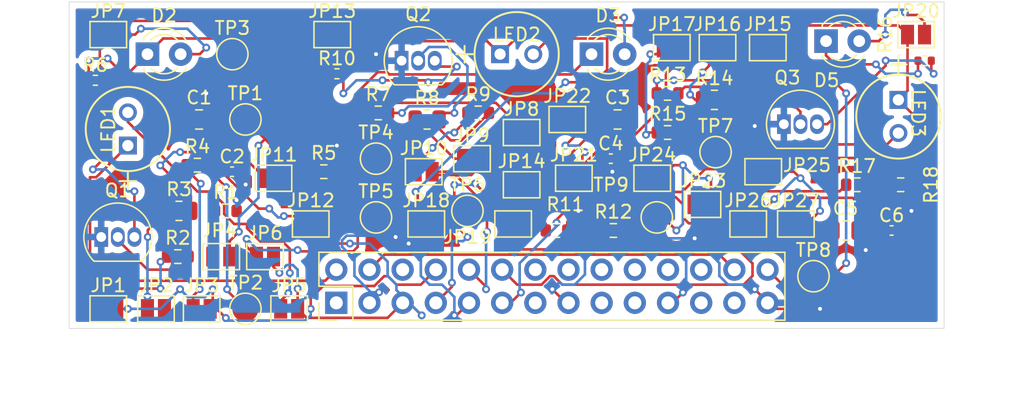
<source format=kicad_pcb>
(kicad_pcb (version 20240108) (generator "pcbnew") (generator_version "8.0")
  (title_block (title "3088 Sensing Project PCB") (date "2024-03-24") (rev "1") (company "UCT") (comment 3 "ISSAAR001") (comment 4 "author: Aaron Isserow"))
  (layers (0 "F.Cu" signal) (31 "B.Cu" signal) (34 "B.Paste" user) (35 "F.Paste" user) (36 "B.SilkS" user "B.Silkscreen") (37 "F.SilkS" user "F.Silkscreen") (38 "B.Mask" user) (39 "F.Mask" user) (44 "Edge.Cuts" user))
  (net 0 "")
  (net 1 "Net-(JP11-A)")
  (net 2 "GND")
  (net 3 "Net-(JP12-A)")
  (net 4 "Net-(JP21-A)")
  (net 5 "Net-(JP22-A)")
  (net 6 "Net-(JP26-A)")
  (net 7 "Net-(JP27-A)")
  (net 8 "Net-(D2-A)")
  (net 9 "Net-(D2-K)")
  (net 10 "Net-(D3-K)")
  (net 11 "Net-(D3-A)")
  (net 12 "Net-(D5-K)")
  (net 13 "Net-(D5-A)")
  (net 14 "BATT")
  (net 15 "3V3")
  (net 16 "RESV2")
  (net 17 "PE14")
  (net 18 "RESV3")
  (net 19 "PE8")
  (net 20 "PA3")
  (net 21 "PA7")
  (net 22 "PA4")
  (net 23 "PC4")
  (net 24 "PE9")
  (net 25 "PE11")
  (net 26 "PE10")
  (net 27 "AB0")
  (net 28 "PA5")
  (net 29 "PE12")
  (net 30 "PE13")
  (net 31 "PE15")
  (net 32 "PA6")
  (net 33 "PC5")
  (net 34 "RESV1")
  (net 35 "Net-(JP1-A)")
  (net 36 "Net-(JP2-A)")
  (net 37 "Net-(JP3-A)")
  (net 38 "Net-(JP4-A)")
  (net 39 "Net-(JP5-A)")
  (net 40 "Net-(JP6-A)")
  (net 41 "Net-(JP8-A)")
  (net 42 "Net-(JP9-A)")
  (net 43 "Net-(JP10-A)")
  (net 44 "Net-(JP14-A)")
  (net 45 "Net-(JP15-A)")
  (net 46 "Net-(JP16-A)")
  (net 47 "Net-(JP17-A)")
  (net 48 "Net-(JP18-A)")
  (net 49 "Net-(JP19-A)")
  (net 50 "Net-(JP23-A)")
  (net 51 "Net-(JP24-A)")
  (net 52 "Net-(JP25-A)")
  (net 53 "Net-(Q1-C)")
  (net 54 "Net-(Q1-B)")
  (net 55 "Net-(Q2-B)")
  (net 56 "Net-(Q2-C)")
  (net 57 "Net-(Q3-B)")
  (net 58 "Net-(Q3-C)")
  (footprint "Jumper:SolderJumper-2_P1.3mm_Open_Pad1.0x1.5mm" (layer "F.Cu") (at 156.5 67.5)
    (property "Reference" "JP15")
    (property "Value" "SolderJumper_2_Open")
  )
  (footprint "Jumper:SolderJumper-2_P1.3mm_Open_Pad1.0x1.5mm" (layer "F.Cu") (at 123.15 66.5)
    (property "Reference" "JP13")
    (property "Value" "SolderJumper_2_Open")
  )
  (footprint "Jumper:SolderJumper-2_P1.3mm_Open_Pad1.0x1.5mm" (layer "F.Cu") (at 141.65 77.5)
    (property "Reference" "JP21")
    (property "Value" "SolderJumper_2_Open")
  )
  (footprint "Capacitor_SMD:C_0805_2012Metric" (layer "F.Cu") (at 145 73)
    (property "Reference" "C3")
    (property "Value" "220n")
  )
  (footprint "TestPoint:TestPoint_Pad_D2.0mm" (layer "F.Cu") (at 115.5 68)
    (property "Reference" "TP3")
    (property "Value" "TestPoint")
  )
  (footprint "Jumper:SolderJumper-2_P1.3mm_Open_Pad1.0x1.5mm" (layer "F.Cu") (at 151.5 79.5)
    (property "Reference" "JP23")
    (property "Value" "SolderJumper_2_Open")
  )
  (footprint "TestPoint:TestPoint_Pad_D2.0mm" (layer "F.Cu") (at 126.5 80.5)
    (property "Reference" "TP5")
    (property "Value" "TestPoint")
  )
  (footprint "TestPoint:TestPoint_Pad_D2.0mm" (layer "F.Cu") (at 133.5 80)
    (property "Reference" "TP6")
    (property "Value" "TestPoint")
  )
  (footprint "Resistor_SMD:R_0603_1608Metric" (layer "F.Cu") (at 111.325 83.5)
    (property "Reference" "R2")
    (property "Value" "680")
  )
  (footprint "Jumper:SolderJumper-2_P1.3mm_Open_Pad1.0x1.5mm" (layer "F.Cu") (at 121.5 81)
    (property "Reference" "JP12")
    (property "Value" "SolderJumper_2_Open")
  )
  (footprint "Resistor_SMD:R_0603_1608Metric" (layer "F.Cu") (at 115 80)
    (property "Reference" "R1")
    (property "Value" "75k")
  )
  (footprint "Package_TO_SOT_THT:TO-92_Inline" (layer "F.Cu") (at 157.73 73.36)
    (property "Reference" "Q3")
    (property "Value" "2N3904")
  )
  (footprint "Capacitor_SMD:C_0402_1005Metric" (layer "F.Cu") (at 144.48 76)
    (property "Reference" "C4")
    (property "Value" "100n")
  )
  (footprint "Resistor_SMD:R_0603_1608Metric" (layer "F.Cu") (at 122.5 77)
    (property "Reference" "R5")
    (property "Value" "47k")
  )
  (footprint "Resistor_SMD:R_0402_1005Metric" (layer "F.Cu") (at 168.51 68.5)
    (property "Reference" "R16")
    (property "Value" "10")
  )
  (footprint "Jumper:SolderJumper-2_P1.3mm_Open_Pad1.0x1.5mm" (layer "F.Cu") (at 137 81)
    (property "Reference" "JP19")
    (property "Value" "SolderJumper_2_Open")
  )
  (footprint "Jumper:SolderJumper-2_P1.3mm_Open_Pad1.0x1.5mm" (layer "F.Cu") (at 158.65 81)
    (property "Reference" "JP27")
    (property "Value" "SolderJumper_2_Open")
  )
  (footprint "Capacitor_SMD:C_0402_1005Metric" (layer "F.Cu") (at 115.48 77)
    (property "Reference" "C2")
    (property "Value" "100n")
  )
  (footprint "Resistor_SMD:R_0603_1608Metric" (layer "F.Cu") (at 112.825 76.5)
    (property "Reference" "R4")
    (property "Value" "1.8k")
  )
  (footprint "Jumper:SolderJumper-2_P1.3mm_Open_Pad1.0x1.5mm" (layer "F.Cu") (at 155 81)
    (property "Reference" "JP26")
    (property "Value" "SolderJumper_2_Open")
  )
  (footprint "LED_THT:LED_D3.0mm_IRBlack" (layer "F.Cu") (at 109 68)
    (property "Reference" "D2")
    (property "Value" "TSAL4400")
  )
  (footprint "TestPoint:TestPoint_Pad_D2.0mm" (layer "F.Cu") (at 126.5 76)
    (property "Reference" "TP4")
    (property "Value" "TestPoint")
  )
  (footprint "Jumper:SolderJumper-2_P1.3mm_Open_Pad1.0x1.5mm" (layer "F.Cu") (at 119.85 87.5)
    (property "Reference" "JP5")
    (property "Value" "SolderJumper_2_Open")
  )
  (footprint "TestPoint:TestPoint_Pad_D2.0mm" (layer "F.Cu") (at 116.5 73)
    (property "Reference" "TP1")
    (property "Value" "TestPoint")
  )
  (footprint "Jumper:SolderJumper-2_P1.3mm_Open_Pad1.0x1.5mm" (layer "F.Cu") (at 114.65 83.5)
    (property "Reference" "JP4")
    (property "Value" "SolderJumper_2_Open")
  )
  (footprint "Capacitor_SMD:C_0805_2012Metric" (layer "F.Cu") (at 112.95 73)
    (property "Reference" "C1")
    (property "Value" "220n")
  )
  (footprint "Resistor_SMD:R_0603_1608Metric" (layer "F.Cu") (at 144.675 81.5)
    (property "Reference" "R12")
    (property "Value" "47k")
  )
  (footprint "Jumper:SolderJumper-2_P1.3mm_Open_Pad1.0x1.5mm" (layer "F.Cu") (at 118.65 77.5)
    (property "Reference" "JP11")
    (property "Value" "SolderJumper_2_Open")
  )
  (footprint "Jumper:SolderJumper-2_P1.3mm_Open_Pad1.0x1.5mm" (layer "F.Cu") (at 147.65 77.5)
    (property "Reference" "JP24")
    (property "Value" "SolderJumper_2_Open")
  )
  (footprint "Resistor_SMD:R_0805_2012Metric" (layer "F.Cu") (at 130.4125 73)
    (property "Reference" "R8")
    (property "Value" "2.7k")
  )
  (footprint "Resistor_SMD:R_0603_1608Metric" (layer "F.Cu") (at 134.325 72.5)
    (property "Reference" "R9")
    (property "Value" "1.8k")
  )
  (footprint "PD333:LED_PD333_EVE" (layer "F.Cu") (at 166.5 71.5 -90)
    (property "Reference" "LED3")
    (property "Value" "PD333-3B/H0/L2")
  )
  (footprint "Jumper:SolderJumper-2_P1.3mm_Open_Pad1.0x1.5mm" (layer "F.Cu") (at 141.15 73)
    (property "Reference" "JP22")
    (property "Value" "SolderJumper_2_Open")
  )
  (footprint "Jumper:SolderJumper-2_P1.3mm_Open_Pad1.0x1.5mm" (layer "F.Cu") (at 149.15 67.5)
    (property "Reference" "JP17")
    (property "Value" "SolderJumper_2_Open")
  )
  (footprint "LED_THT:LED_D3.0mm_IRBlack" (layer "F.Cu") (at 160.96 67)
    (property "Reference" "D5")
    (property "Value" "TSAL4400")
  )
  (footprint "Resistor_SMD:R_0603_1608Metric" (layer "F.Cu") (at 140.325 81.5)
    (property "Reference" "R11")
    (property "Value" "75k")
  )
  (footprint "Jumper:SolderJumper-2_P1.3mm_Open_Pad1.0x1.5mm" (layer "F.Cu") (at 113.15 87.5)
    (property "Reference" "JP3")
    (property "Value" "SolderJumper_2_Open")
  )
  (footprint "Resistor_SMD:R_0402_1005Metric" (layer "F.Cu") (at 105.01 70)
    (property "Reference" "R6")
    (property "Value" "10")
  )
  (footprint "Connector_PinHeader_2.54mm:PinHeader_2x14_P2.54mm_Vertical" (layer "F.Cu") (at 123.46 87.04 90)
    (property "Reference" "J1" (hide yes))
    (property "Value" "Conn_02x14_Odd_Even")
  )
  (footprint "Capacitor_SMD:C_0805_2012Metric" (layer "F.Cu") (at 162.45 81.5)
    (property "Reference" "C5")
    (property "Value" "220n")
  )
  (footprint "TestPoint:TestPoint_Pad_D2.0mm" (layer "F.Cu") (at 148 80.5)
    (property "Reference" "TP9")
    (property "Value" "TestPoint")
  )
  (footprint "Resistor_SMD:R_0805_2012Metric" (layer "F.Cu") (at 111.4125 80)
    (property "Reference" "R3")
    (property "Value" "2.7k")
  )
  (footprint "PD333:LED_PD333_EVE" (layer "F.Cu") (at 136 68)
    (property "Reference" "LED2")
    (property "Value" "PD333-3B/H0/L2")
  )
  (footprint "Jumper:SolderJumper-2_P1.3mm_Open_Pad1.0x1.5mm" (layer "F.Cu") (at 130.15 77)
    (property "Reference" "JP10")
    (property "Value" "SolderJumper_2_Open")
  )
  (footprint "Jumper:SolderJumper-2_P1.3mm_Open_Pad1.0x1.5mm" (layer "F.Cu") (at 156.15 77)
    (property "Reference" "JP25")
    (property "Value" "SolderJumper_2_Open")
  )
  (footprint "TestPoint:TestPoint_Pad_D2.0mm" (layer "F.Cu") (at 116.5 87.5)
    (property "Reference" "TP2")
    (property "Value" "TestPoint")
  )
  (footprint "Jumper:SolderJumper-2_P1.3mm_Open_Pad1.0x1.5mm" (layer "F.Cu") (at 167.85 66.5)
    (property "Reference" "JP20")
    (property "Value" "SolderJumper_2_Open")
  )
  (footprint "Resistor_SMD:R_0603_1608Metric" (layer "F.Cu") (at 163.325 78)
    (property "Reference" "R17")
    (property "Value" "75k")
  )
  (footprint "Jumper:SolderJumper-2_P1.3mm_Open_Pad1.0x1.5mm" (layer "F.Cu") (at 137.65 74)
    (property "Reference" "JP8")
    (property "Value" "SolderJumper_2_Open")
  )
  (footprint "Jumper:SolderJumper-2_P1.3mm_Open_Pad1.0x1.5mm" (layer "F.Cu") (at 152.65 67.5)
    (property "Reference" "JP16")
    (property "Value" "SolderJumper_2_Open")
  )
  (footprint "Jumper:SolderJumper-2_P1.3mm_Open_Pad1.0x1.5mm" (layer "F.Cu") (at 106 66.5)
    (property "Reference" "JP7")
    (property "Value" "SolderJumper_2_Open")
  )
  (footprint "Jumper:SolderJumper-2_P1.3mm_Open_Pad1.0x1.5mm" (layer "F.Cu") (at 130.35 81)
    (property "Reference" "JP18")
    (property "Value" "SolderJumper_2_Open")
  )
  (footprint "TestPoint:TestPoint_Pad_D2.0mm" (layer "F.Cu") (at 152.5 75.5)
    (property "Reference" "TP7")
    (property "Value" "TestPoint")
  )
  (footprint "Resistor_SMD:R_0402_1005Metric" (layer "F.Cu") (at 123.51 69.5)
    (property "Reference" "R10")
    (property "Value" "10")
  )
  (footprint "LED_THT:LED_D3.0mm_IRBlack" (layer "F.Cu") (at 143 68)
    (property "Reference" "D3")
    (property "Value" "TSAL4400")
  )
  (footprint "PD333:LED_PD333_EVE" (layer "F.Cu") (at 107.5 75 90)
    (property "Reference" "LED1")
    (property "Value" "PD333-3B/H0/L2")
  )
  (footprint "Jumper:SolderJumper-2_P1.3mm_Open_Pad1.0x1.5mm" (layer "F.Cu") (at 137.65 78)
    (property "Reference" "JP14")
    (property "Value" "SolderJumper_2_Open")
  )
  (footprint "Resistor_SMD:R_0805_2012Metric" (layer "F.Cu") (at 152.4125 71.5)
    (property "Reference" "R14")
    (property "Value" "2.7k")
  )
  (footprint "Capacitor_SMD:C_0402_1005Metric" (layer "F.Cu") (at 165.98 81.5)
    (property "Reference" "C6")
    (property "Value" "100n")
  )
  (footprint "Package_TO_SOT_THT:TO-92_Inline" (layer "F.Cu") (at 128.46 68.5)
    (property "Reference" "Q2")
    (property "Value" "2N3904")
  )
  (footprint "Jumper:SolderJumper-2_P1.3mm_Open_Pad1.0x1.5mm" (layer "F.Cu") (at 118 83.5)
    (property "Reference" "JP6")
    (property "Value" "SolderJumper_2_Open")
  )
  (footprint "Resistor_SMD:R_0603_1608Metric" (layer "F.Cu") (at 148.825 71)
    (property "Reference" "R13")
    (property "Value" "680")
  )
  (footprint "Jumper:SolderJumper-2_P1.3mm_Open_Pad1.0x1.5mm" (layer "F.Cu") (at 133.85 76)
    (property "Reference" "JP9")
    (property "Value" "SolderJumper_2_Open")
  )
  (footprint "Jumper:SolderJumper-2_P1.3mm_Open_Pad1.0x1.5mm" (layer "F.Cu") (at 109.65 87.5)
    (property "Reference" "JP2")
    (property "Value" "SolderJumper_2_Open")
  )
  (footprint "Resistor_SMD:R_0603_1608Metric" (layer "F.Cu") (at 148.825 74)
    (property "Reference" "R15")
    (property "Value" "1.8k")
  )
  (footprint "Resistor_SMD:R_0603_1608Metric" (layer "F.Cu") (at 126.675 72.5)
    (property "Reference" "R7")
    (property "Value" "680")
  )
  (footprint "Resistor_SMD:R_0603_1608Metric" (layer "F.Cu") (at 166.675 78)
    (property "Reference" "R18")
    (property "Value" "47k")
  )
  (footprint "Jumper:SolderJumper-2_P1.3mm_Open_Pad1.0x1.5mm" (layer "F.Cu") (at 106 87.5)
    (property "Reference" "JP1")
    (property "Value" "SolderJumper_2_Open")
  )
  (footprint "TestPoint:TestPoint_Pad_D2.0mm" (layer "F.Cu") (at 160 85)
    (property "Reference" "TP8")
    (property "Value" "TestPoint")
  )
  (footprint "Package_TO_SOT_THT:TO-92_Inline" (layer "F.Cu") (at 105.46 82)
    (property "Reference" "Q1")
    (property "Value" "2N3904")
  )
  (gr_rect (start 103 64) (end 170 89) (stroke (width 0.05)) (fill none) (layer "Edge.Cuts"))
  (segment (start 116.89 76.39) (end 118 77.5) (width 0.2) (layer "F.Cu") (net 1))
  (segment (start 112 73) (end 115.39 76.39) (width 0.2) (layer "F.Cu") (net 1))
  (segment (start 115.39 76.39) (end 116.89 76.39) (width 0.2) (layer "F.Cu") (net 1))
  (segment (start 156.54 87.04) (end 157 87.5) (width 0.2) (layer "F.Cu") (net 2))
  (segment (start 167.5 80) (end 166.15 80) (width 0.2) (layer "F.Cu") (net 2))
  (segment (start 149.21 87.04) (end 150 86.25) (width 0.2) (layer "F.Cu") (net 2))
  (segment (start 142 80) (end 141.15 80.85) (width 0.2) (layer "F.Cu") (net 2))
  (segment (start 127 68.5) (end 126.5 68) (width 0.2) (layer "F.Cu") (net 2))
  (segment (start 115.96 77) (end 115.96 77.46) (width 0.2) (layer "F.Cu") (net 2))
  (segment (start 113.9 73) (end 113.9 71.4) (width 0.2) (layer "F.Cu") (net 2))
  (segment (start 166.15 80) (end 164.15 78) (width 0.2) (layer "F.Cu") (net 2))
  (segment (start 132.66 88) (end 133.62 87.04) (width 0.2) (layer "F.Cu") (net 2))
  (segment (start 141.04 87.04) (end 141.24 87.04) (width 0.2) (layer "F.Cu") (net 2))
  (segment (start 167.5 79.5) (end 167.5 80) (width 0.2) (layer "F.Cu") (net 2))
  (segment (start 163.4 82.4) (end 164 83) (width 0.2) (layer "F.Cu") (net 2))
  (segment (start 115.96 77.46) (end 116.5 78) (width 0.2) (layer "F.Cu") (net 2))
  (segment (start 116.5 78) (end 116.519265 77.980735) (width 0.2) (layer "F.Cu") (net 2))
  (segment (start 115.825 80) (end 115.825 79.175) (width 0.2) (layer "F.Cu") (net 2))
  (segment (start 144.96 76) (end 144.96 76.64) (width 0.2) (layer "F.Cu") (net 2))
  (segment (start 167.5 80) (end 166.46 81.04) (width 0.2) (layer "F.Cu") (net 2))
  (segment (start 128.46 68.5) (end 127 68.5) (width 0.2) (layer "F.Cu") (net 2))
  (segment (start 163.4 81.5) (end 163.4 82.4) (width 0.2) (layer "F.Cu") (net 2))
  (segment (start 144.96 76.64) (end 144.6 77) (width 0.2) (layer "F.Cu") (net 2))
  (segment (start 156.48 87.04) (end 156.48 86.98) (width 0.2) (layer "F.Cu") (net 2))
  (segment (start 167.5 78) (end 167.5 79.5) (width 0.2) (layer "F.Cu") (net 2))
  (segment (start 156.48 86.98) (end 155.5 86) (width 0.2) (layer "F.Cu") (net 2))
  (segment (start 126 87.04) (end 126 86.965957) (width 0.2) (layer "F.Cu") (net 2))
  (segment (start 156.48 87.04) (end 156.54 87.04) (width 0.2) (layer "F.Cu") (net 2))
  (segment (start 113.9 71.4) (end 113.5 71) (width 0.2) (layer "F.Cu") (net 2))
  (segment (start 123.325 77) (end 123.325 75.175) (width 0.2) (layer "F.Cu") (net 2))
  (segment (start 123.325 75.175) (end 123.5 75) (width 0.2) (layer "F.Cu") (net 2))
  (segment (start 144 80) (end 142 80) (width 0.2) (layer "F.Cu") (net 2))
  (segment (start 166.46 81.04) (end 166.46 81.5) (width 0.2) (layer "F.Cu") (net 2))
  (segment (start 126 86.965957) (end 126.734802 86.231155) (width 0.2) (layer "F.Cu") (net 2))
  (segment (start 145.5 81.5) (end 144 80) (width 0.2) (layer "F.Cu") (net 2))
  (segment (start 157.73 73.36) (end 155.64 73.36) (width 0.2) (layer "F.Cu") (net 2))
  (segment (start 140 86) (end 141.04 87.04) (width 0.2) (layer "F.Cu") (net 2))
  (segment (start 145.95 73) (end 145.95 71.45) (width 0.2) (layer "F.Cu") (net 2))
  (segment (start 141.15 80.85) (end 141.15 81.5) (width 0.2) (layer "F.Cu") (net 2))
  (segment (start 155.64 73.36) (end 155.5 73.5) (width 0.2) (layer "F.Cu") (net 2))
  (segment (start 132.5 88) (end 132.66 88) (width 0.2) (layer "F.Cu") (net 2))
  (segment (start 145.95 71.45) (end 145.5 71) (width 0.2) (layer "F.Cu") (net 2))
  (segment (start 148.86 87.04) (end 149.21 87.04) (width 0.2) (layer "F.Cu") (net 2))
  (segment (start 157 87.5) (end 160.5 87.5) (width 0.2) (layer "F.Cu") (net 2))
  (via (at 128 82) (size 0.6) (drill 0.3) (layers "F.Cu" "B.Cu") (net 2))
  (via (at 144.6 77) (size 0.6) (drill 0.3) (layers "F.Cu" "B.Cu") (net 2))
  (via (at 140 86) (size 0.6) (drill 0.3) (layers "F.Cu" "B.Cu") (net 2))
  (via (at 126.734802 86.231155) (size 0.6) (drill 0.3) (layers "F.Cu" "B.Cu") (net 2))
  (via (at 116.519265 77.980735) (size 0.6) (drill 0.3) (layers "F.Cu" "B.Cu") (net 2))
  (via (at 126.5 68) (size 0.6) (drill 0.3) (layers "F.Cu" "B.Cu") (net 2))
  (via (at 155.5 86) (size 0.6) (drill 0.3) (layers "F.Cu" "B.Cu") (net 2))
  (via (at 167.5 80) (size 0.6) (drill 0.3) (layers "F.Cu" "B.Cu") (net 2))
  (via (at 164 83) (size 0.6) (drill 0.3) (layers "F.Cu" "B.Cu") (net 2))
  (via (at 115.825 79.175) (size 0.6) (drill 0.3) (layers "F.Cu" "B.Cu") (net 2))
  (via (at 129 82.5) (size 0.6) (drill 0.3) (layers "F.Cu" "B.Cu") (net 2))
  (via (at 155.5 73.5) (size 0.6) (drill 0.3) (layers "F.Cu" "B.Cu") (net 2))
  (via (at 123.5 75) (size 0.6) (drill 0.3) (layers "F.Cu" "B.Cu") (net 2))
  (via (at 145.5 71) (size 0.6) (drill 0.3) (layers "F.Cu" "B.Cu") (net 2))
  (via (at 142 80) (size 0.6) (drill 0.3) (layers "F.Cu" "B.Cu") (net 2))
  (via (at 150.9 82.1) (size 0.6) (drill 0.3) (layers "F.Cu" "B.Cu") (net 2))
  (via (at 113.5 71) (size 0.6) (drill 0.3) (layers "F.Cu" "B.Cu") (net 2))
  (via (at 132.5 88) (size 0.6) (drill 0.3) (layers "F.Cu" "B.Cu") (net 2))
  (via (at 160.5 87.5) (size 0.6) (drill 0.3) (layers "F.Cu" "B.Cu") (net 2))
  (via (at 150 86.25) (size 0.6) (drill 0.3) (layers "F.Cu" "B.Cu") (net 2))
  (segment (start 140.763654 85.65) (end 141.716346 85.65) (width 0.2) (layer "B.Cu") (net 2))
  (segment (start 150.25 86) (end 150.25 82.75) (width 0.2) (layer "B.Cu") (net 2))
  (segment (start 124.85 83.698529) (end 123.9 82.748529) (width 0.2) (layer "B.Cu") (net 2))
  (segment (start 130.603654 85.65) (end 129.93 84.976346) (width 0.2) (layer "B.Cu") (net 2))
  (segment (start 150.25 82.75) (end 150.9 82.1) (width 0.2) (layer "B.Cu") (net 2))
  (segment (start 151 82) (end 150.9 82.1) (width 0.2) (layer "B.Cu") (net 2))
  (segment (start 152.79 83.99) (end 150.9 82.1) (width 0.2) (layer "B.Cu") (net 2))
  (segment (start 129.93 84.976346) (end 129.93 83.43) (width 0.2) (layer "B.Cu") (net 2))
  (segment (start 155.15 85.65) (end 153.463654 85.65) (width 0.2) (layer "B.Cu") (net 2))
  (segment (start 150 86.25) (end 150.25 86) (width 0.2) (layer "B.Cu") (net 2))
  (segment (start 142.5 84.866346) (end 142.5 83.5) (width 0.2) (layer "B.Cu") (net 2))
  (segment (start 129.93 83.43) (end 129 82.5) (width 0.2) (layer "B.Cu") (net 2))
  (segment (start 126.734802 86.231155) (end 126.104809 86.231155) (width 0.2) (layer "B.Cu") (net 2))
  (segment (start 127.9 81.9) (end 128 82) (width 0.2) (layer "B.Cu") (net 2))
  (segment (start 152.79 84.976346) (end 152.79 83.99) (width 0.2) (layer "B.Cu") (net 2))
  (segment (start 126.104809 86.231155) (end 124.85 84.976346) (width 0.2) (layer "B.Cu") (net 2))
  (segment (start 155.5 86) (end 155.15 85.65) (width 0.2) (layer "B.Cu") (net 2))
  (segment (start 153.463654 85.65) (end 152.79 84.976346) (width 0.2) (layer "B.Cu") (net 2))
  (segment (start 124.85 84.976346) (end 124.85 83.698529) (width 0.2) (layer "B.Cu") (net 2))
  (segment (start 123.9 82.748529) (end 123.9 82.251471) (width 0.2) (layer "B.Cu") (net 2))
  (segment (start 124.251471 81.9) (end 127.9 81.9) (width 0.2) (layer "B.Cu") (net 2))
  (segment (start 140.556827 85.443173) (end 140.763654 85.65) (width 0.2) (layer "B.Cu") (net 2))
  (segment (start 132.5 86.593654) (end 131.556346 85.65) (width 0.2) (layer "B.Cu") (net 2))
  (segment (start 132.5 88) (end 132.5 86.593654) (width 0.2) (layer "B.Cu") (net 2))
  (segment (start 141.716346 85.65) (end 142.5 84.866346) (width 0.2) (layer "B.Cu") (net 2))
  (segment (start 123.9 82.251471) (end 124.251471 81.9) (width 0.2) (layer "B.Cu") (net 2))
  (segment (start 142.5 83.5) (end 143.9 82.1) (width 0.2) (layer "B.Cu") (net 2))
  (segment (start 143.9 82.1) (end 150.9 82.1) (width 0.2) (layer "B.Cu") (net 2))
  (segment (start 131.556346 85.65) (end 130.603654 85.65) (width 0.2) (layer "B.Cu") (net 2))
  (segment (start 140 86) (end 140.556827 85.443173) (width 0.2) (layer "B.Cu") (net 2))
  (segment (start 120.250876 80.400876) (end 120.85 81) (width 0.2) (layer "F.Cu") (net 3))
  (segment (start 115 77.309999) (end 117.515736 79.825735) (width 0.2) (layer "F.Cu") (net 3))
  (segment (start 115 77) (end 115 77.309999) (width 0.2) (layer "F.Cu") (net 3))
  (segment (start 119.447653 80.400876) (end 120.250876 80.400876) (width 0.2) (layer "F.Cu") (net 3))
  (segment (start 117.515736 79.825735) (end 118.325735 79.825735) (width 0.2) (layer "F.Cu") (net 3))
  (via (at 118.325735 79.825735) (size 0.6) (drill 0.3) (layers "F.Cu" "B.Cu") (net 3))
  (via (at 119.447653 80.400876) (size 0.6) (drill 0.3) (layers "F.Cu" "B.Cu") (net 3))
  (segment (start 118.325735 79.825735) (end 119 80.5) (width 0.2) (layer "B.Cu") (net 3))
  (segment (start 119 80.5) (end 119.5 80.5) (width 0.2) (layer "B.Cu") (net 3))
  (segment (start 119.5 80.5) (end 119.5 80.453223) (width 0.2) (layer "B.Cu") (net 3))
  (segment (start 119.5 80.453223) (end 119.447653 80.400876) (width 0.2) (layer "B.Cu") (net 3))
  (segment (start 141 76.05) (end 141 77.5) (width 0.2) (layer "F.Cu") (net 4))
  (segment (start 144.05 73) (end 141 76.05) (width 0.2) (layer "F.Cu") (net 4))
  (segment (start 140.2 73.3) (end 140.5 73) (width 0.2) (layer "F.Cu") (net 5))
  (segment (start 143.1 78.55) (end 140.2 78.55) (width 0.2) (layer "F.Cu") (net 5))
  (segment (start 140.2 78.55) (end 140.2 73.3) (width 0.2) (layer "F.Cu") (net 5))
  (segment (start 144 76) (end 144 77.65) (width 0.2) (layer "F.Cu") (net 5))
  (segment (start 144 77.65) (end 143.1 78.55) (width 0.2) (layer "F.Cu") (net 5))
  (segment (start 154.35 81.95) (end 154.35 81) (width 0.2) (layer "F.Cu") (net 6))
  (segment (start 161.5 81.5) (end 160.95 82.05) (width 0.2) (layer "F.Cu") (net 6))
  (segment (start 160.95 82.05) (end 154.45 82.05) (width 0.2) (layer "F.Cu") (net 6))
  (segment (start 154.45 82.05) (end 154.35 81.95) (width 0.2) (layer "F.Cu") (net 6))
  (segment (start 158 80.05) (end 159.05 79) (width 0.2) (layer "F.Cu") (net 7))
  (segment (start 158 81) (end 158 80.05) (width 0.2) (layer "F.Cu") (net 7))
  (segment (start 159.05 79) (end 163 79) (width 0.2) (layer "F.Cu") (net 7))
  (segment (start 163 79) (end 165.5 81.5) (width 0.2) (layer "F.Cu") (net 7))
  (segment (start 108.5 66.05) (end 108.05 66.5) (width 0.2) (layer "F.Cu") (net 8))
  (segment (start 111.54 68) (end 111 68) (width 0.2) (layer "F.Cu") (net 8))
  (segment (start 108.05 66.5) (end 106.65 66.5) (width 0.2) (layer "F.Cu") (net 8))
  (segment (start 113 68) (end 113.5 67.5) (width 0.2) (layer "F.Cu") (net 8))
  (segment (start 111.54 68) (end 113 68) (width 0.2) (layer "F.Cu") (net 8))
  (via (at 108.5 66.05) (size 0.6) (drill 0.3) (layers "F.Cu" "B.Cu") (net 8))
  (via (at 113.5 67.5) (size 0.6) (drill 0.3) (layers "F.Cu" "B.Cu") (net 8))
  (segment (start 113.5 67.5) (end 112.05 66.05) (width 0.2) (layer "B.Cu") (net 8))
  (segment (start 112.05 66.05) (end 108.5 66.05) (width 0.2) (layer "B.Cu") (net 8))
  (segment (start 107.551633 69.448367) (end 106.661505 69.448367) (width 0.2) (layer "F.Cu") (net 9))
  (segment (start 110.2 66.8) (end 114.3 66.8) (width 0.2) (layer "F.Cu") (net 9))
  (segment (start 104.5 70) (end 104.5 68.5) (width 0.2) (layer "F.Cu") (net 9))
  (segment (start 106.661505 69.042375) (end 105.95 68.33087) (width 0.2) (layer "F.Cu") (net 9))
  (segment (start 114.3 66.8) (end 115.5 68) (width 0.2) (layer "F.Cu") (net 9))
  (segment (start 109 68) (end 107.551633 69.448367) (width 0.2) (layer "F.Cu") (net 9))
  (segment (start 106.661505 69.448367) (end 106.661505 69.042375) (width 0.2) (layer "F.Cu") (net 9))
  (segment (start 109 68) (end 110.2 66.8) (width 0.2) (layer "F.Cu") (net 9))
  (via (at 105.95 68.33087) (size 0.6) (drill 0.3) (layers "F.Cu" "B.Cu") (net 9))
  (via (at 104.5 68.5) (size 0.6) (drill 0.3) (layers "F.Cu" "B.Cu") (net 9))
  (segment (start 104.66913 68.33087) (end 104.5 68.5) (width 0.2) (layer "B.Cu") (net 9))
  (segment (start 105.95 68.33087) (end 104.66913 68.33087) (width 0.2) (layer "B.Cu") (net 9))
  (segment (start 126.12 68.88) (end 126.62 69.38) (width 0.2) (layer "F.Cu") (net 10))
  (segment (start 123.62 68.88) (end 126.12 68.88) (width 0.2) (layer "F.Cu") (net 10))
  (segment (start 125.15 79.15) (end 125.15 70.85) (width 0.2) (layer "F.Cu") (net 10))
  (segment (start 127.338924 69.38) (end 126.62 69.38) (width 0.2) (layer "F.Cu") (net 10))
  (segment (start 127.508924 69.55) (end 127.338924 69.38) (width 0.2) (layer "F.Cu") (net 10))
  (segment (start 125.15 70.85) (end 126 70) (width 0.2) (layer "F.Cu") (net 10))
  (segment (start 141.45 69.55) (end 127.508924 69.55) (width 0.2) (layer "F.Cu") (net 10))
  (segment (start 126.62 69.38) (end 126 70) (width 0.2) (layer "F.Cu") (net 10))
  (segment (start 143 68) (end 141.45 69.55) (width 0.2) (layer "F.Cu") (net 10))
  (segment (start 126.5 80.5) (end 125.15 79.15) (width 0.2) (layer "F.Cu") (net 10))
  (segment (start 123 69.5) (end 123.62 68.88) (width 0.2) (layer "F.Cu") (net 10))
  (segment (start 123.8 66.5) (end 125.1 65.2) (width 0.2) (layer "F.Cu") (net 11))
  (segment (start 125.1 65.2) (end 145.5 65.2) (width 0.2) (layer "F.Cu") (net 11))
  (via (at 145.5 65.2) (size 0.6) (drill 0.3) (layers "F.Cu" "B.Cu") (net 11))
  (segment (start 145.5 65.2) (end 145.5 66) (width 0.2) (layer "B.Cu") (net 11))
  (segment (start 145.5 66) (end 145.54 66.04) (width 0.2) (layer "B.Cu") (net 11))
  (segment (start 145.54 66.04) (end 145.54 68) (width 0.2) (layer "B.Cu") (net 11))
  (segment (start 161.638235 68.778235) (end 161.638235 70.138235) (width 0.2) (layer "F.Cu") (net 12))
  (segment (start 160.96 68.1) (end 161.638235 68.778235) (width 0.2) (layer "F.Cu") (net 12))
  (segment (start 161.638235 68.778235) (end 164.778235 68.778235) (width 0.2) (layer "F.Cu") (net 12))
  (segment (start 161.638235 70.138235) (end 162.5 71) (width 0.2) (layer "F.Cu") (net 12))
  (segment (start 160.96 67) (end 160.96 68.1) (width 0.2) (layer "F.Cu") (net 12))
  (segment (start 160 85) (end 161.5 85) (width 0.2) (layer "F.Cu") (net 12))
  (segment (start 161.5 85) (end 162.5 84) (width 0.2) (layer "F.Cu") (net 12))
  (segment (start 168 69.5) (end 168 68.5) (width 0.2) (layer "F.Cu") (net 12))
  (via (at 168 69.5) (size 0.6) (drill 0.3) (layers "F.Cu" "B.Cu") (net 12))
  (via (at 162.5 71) (size 0.6) (drill 0.3) (layers "F.Cu" "B.Cu") (net 12))
  (via (at 162.5 84) (size 0.6) (drill 0.3) (layers "F.Cu" "B.Cu") (net 12))
  (via (at 164.778235 68.778235) (size 0.6) (drill 0.3) (layers "F.Cu" "B.Cu") (net 12))
  (segment (start 168 69.5) (end 165.5 69.5) (width 0.2) (layer "B.Cu") (net 12))
  (segment (start 162.5 71) (end 162.5 84) (width 0.2) (layer "B.Cu") (net 12))
  (segment (start 165.5 69.5) (end 164.778235 68.778235) (width 0.2) (layer "B.Cu") (net 12))
  (segment (start 163.5 67) (end 165 67) (width 0.2) (layer "F.Cu") (net 13))
  (segment (start 167.2 65) (end 167.95 65) (width 0.2) (layer "F.Cu") (net 13))
  (segment (start 167 64.8) (end 167.2 65) (width 0.2) (layer "F.Cu") (net 13))
  (segment (start 168.5 65.55) (end 168.5 66.5) (width 0.2) (layer "F.Cu") (net 13))
  (segment (start 167.95 65) (end 168.5 65.55) (width 0.2) (layer "F.Cu") (net 13))
  (segment (start 165 67) (end 165.5 66.5) (width 0.2) (layer "F.Cu") (net 13))
  (via (at 165.5 66.5) (size 0.6) (drill 0.3) (layers "F.Cu" "B.Cu") (net 13))
  (via (at 167 64.8) (size 0.6) (drill 0.3) (layers "F.Cu" "B.Cu") (net 13))
  (segment (start 167.1 64.6) (end 167.1 64.7) (width 0.2) (layer "B.Cu") (net 13))
  (segment (start 165.9 64.6) (end 167.1 64.6) (width 0.2) (layer "B.Cu") (net 13))
  (segment (start 165.5 65) (end 165.9 64.6) (width 0.2) (layer "B.Cu") (net 13))
  (segment (start 167.1 64.7) (end 167 64.8) (width 0.2) (layer "B.Cu") (net 13))
  (segment (start 165.5 66.5) (end 165.5 65) (width 0.2) (layer "B.Cu") (net 13))
  (segment (start 126 84.5) (end 127.15 83.35) (width 0.2) (layer "F.Cu") (net 14))
  (segment (start 127.15 83.35) (end 152.79 83.35) (width 0.2) (layer "F.Cu") (net 14))
  (segment (start 152.79 83.35) (end 153.94 84.5) (width 0.2) (layer "F.Cu") (net 14))
  (segment (start 106.090001 76.409999) (end 106.09 76.409999) (width 0.2) (layer "F.Cu") (net 15))
  (segment (start 166.5 71.5) (end 168.5 73.5) (width 0.2) (layer "F.Cu") (net 15))
  (segment (start 122.61 85.35) (end 106.35 85.35) (width 0.2) (layer "F.Cu") (net 15))
  (segment (start 105.45 65.45) (end 121.45 65.45) (width 0.2) (layer "F.Cu") (net 15))
  (segment (start 105.35 65.55) (end 105.45 65.45) (width 0.2) (layer "F.Cu") (net 15))
  (segment (start 104.6 77.425735) (end 105.074264 77.425735) (width 0.2) (layer "F.Cu") (net 15))
  (segment (start 122.5 66.5) (end 122.5 67.05) (width 0.2) (layer "F.Cu") (net 15))
  (segment (start 123.46 84.5) (end 122.61 85.35) (width 0.2) (layer "F.Cu") (net 15))
  (segment (start 166.5 65.8) (end 167.2 66.5) (width 0.2) (layer "F.Cu") (net 15))
  (segment (start 127 66) (end 128 67) (width 0.2) (layer "F.Cu") (net 15))
  (segment (start 167.2 70.8) (end 166.5 71.5) (width 0.2) (layer "F.Cu") (net 15))
  (segment (start 162.396134 86.5) (end 158.48 86.5) (width 0.2) (layer "F.Cu") (net 15))
  (segment (start 105.35 66.5) (end 105.35 65.55) (width 0.2) (layer "F.Cu") (net 15))
  (segment (start 125.45 67.55) (end 127 66) (width 0.2) (layer "F.Cu") (net 15))
  (segment (start 104.6 83.6) (end 104.6 77.425735) (width 0.2) (layer "F.Cu") (net 15))
  (segment (start 135 67) (end 136 68) (width 0.2) (layer "F.Cu") (net 15))
  (segment (start 168.5 73.5) (end 168.5 80.396134) (width 0.2) (layer "F.Cu") (net 15))
  (segment (start 106.09 76.409999) (end 106.09 73.59) (width 0.2) (layer "F.Cu") (net 15))
  (segment (start 122.5 67.05) (end 123 67.55) (width 0.2) (layer "F.Cu") (net 15))
  (segment (start 138.2 65.8) (end 166.5 65.8) (width 0.2) (layer "F.Cu") (net 15))
  (segment (start 105.35 68.891076) (end 106.09 69.631076) (width 0.2) (layer "F.Cu") (net 15))
  (segment (start 105.35 66.5) (end 105.35 68.891076) (width 0.2) (layer "F.Cu") (net 15))
  (segment (start 121.45 65.45) (end 122.5 66.5) (width 0.2) (layer "F.Cu") (net 15))
  (segment (start 123 67.55) (end 125.45 67.55) (width 0.2) (layer "F.Cu") (net 15))
  (segment (start 128 67) (end 135 67) (width 0.2) (layer "F.Cu") (net 15))
  (segment (start 168.5 80.396134) (end 162.396134 86.5) (width 0.2) (layer "F.Cu") (net 15))
  (segment (start 158.48 86.5) (end 156.48 84.5) (width 0.2) (layer "F.Cu") (net 15))
  (segment (start 136 68) (end 138.2 65.8) (width 0.2) (layer "F.Cu") (net 15))
  (segment (start 167.2 66.5) (end 167.2 70.8) (width 0.2) (layer "F.Cu") (net 15))
  (segment (start 105.074264 77.425735) (end 106.09 76.409999) (width 0.2) (layer "F.Cu") (net 15))
  (segment (start 106.35 85.35) (end 104.6 83.6) (width 0.2) (layer "F.Cu") (net 15))
  (segment (start 107.5 75) (end 106.090001 76.409999) (width 0.2) (layer "F.Cu") (net 15))
  (segment (start 106.09 69.631076) (end 106.09 73.59) (width 0.2) (layer "F.Cu") (net 15))
  (segment (start 134.927479 86) (end 134.927479 85.807479) (width 0.2) (layer "F.Cu") (net 17))
  (segment (start 130.8 77.25) (end 133.8 77.25) (width 0.2) (layer "F.Cu") (net 17))
  (segment (start 133.8 77.25) (end 134.5 76.55) (width 0.2) (layer "F.Cu") (net 17))
  (segment (start 134.5 76.55) (end 134.5 76) (width 0.2) (layer "F.Cu") (net 17))
  (segment (start 130.8 77) (end 130.8 77.25) (width 0.2) (layer "F.Cu") (net 17))
  (segment (start 138.3 74.95) (end 138.3 74) (width 0.2) (layer "F.Cu") (net 17))
  (segment (start 134.927479 85.807479) (end 133.62 84.5) (width 0.2) (layer "F.Cu") (net 17))
  (segment (start 137.25 76) (end 138.3 74.95) (width 0.2) (layer "F.Cu") (net 17))
  (segment (start 135 81.6) (end 135 79.661522) (width 0.2) (layer "F.Cu") (net 17))
  (segment (start 135 79.661522) (end 132.338478 77) (width 0.2) (layer "F.Cu") (net 17))
  (segment (start 132.338478 77) (end 130.8 77) (width 0.2) (layer "F.Cu") (net 17))
  (segment (start 134.5 76) (end 137.25 76) (width 0.2) (layer "F.Cu") (net 17))
  (via (at 134.927479 86) (size 0.6) (drill 0.3) (layers "F.Cu" "B.Cu") (net 17))
  (via (at 135 81.6) (size 0.6) (drill 0.3) (layers "F.Cu" "B.Cu") (net 17))
  (segment (start 134.927479 81.672521) (end 135 81.6) (width 0.2) (layer "B.Cu") (net 17))
  (segment (start 134.927479 86) (end 134.927479 81.672521) (width 0.2) (layer "B.Cu") (net 17))
  (segment (start 129.04 87.04) (end 128.54 87.04) (width 0.2) (layer "F.Cu") (net 20))
  (segment (start 122.15 81) (end 122.15 80.45) (width 0.2) (layer "F.Cu") (net 20))
  (segment (start 130 88) (end 129.04 87.04) (width 0.2) (layer "F.Cu") (net 20))
  (segment (start 121.19 88.19) (end 120.5 87.5) (width 0.2) (layer "F.Cu") (net 20))
  (segment (start 119.3 77.5) (end 119.3 75.8) (width 0.2) (layer "F.Cu") (net 20))
  (segment (start 119.3 77.5) (end 119.3 79.7) (width 0.2) (layer "F.Cu") (net 20))
  (segment (start 117.5 75) (end 118 74.5) (width 0.2) (layer "F.Cu") (net 20))
  (segment (start 118.65 83.5) (end 118.65 83.349998) (width 0.2) (layer "F.Cu") (net 20))
  (segment (start 118.65 83.5) (end 118.999999 83.5) (width 0.2) (layer "F.Cu") (net 20))
  (segment (start 123.4 82.5) (end 122.15 81.25) (width 0.2) (layer "F.Cu") (net 20))
  (segment (start 128.54 87.04) (end 127.39 88.19) (width 0.2) (layer "F.Cu") (net 20))
  (segment (start 118.65 84.300003) (end 118.65 83.5) (width 0.2) (layer "F.Cu") (net 20))
  (segment (start 124.5 82.5) (end 123.4 82.5) (width 0.2) (layer "F.Cu") (net 20))
  (segment (start 115.3 83.5) (end 115.3 82.3) (width 0.2) (layer "F.Cu") (net 20))
  (segment (start 120.500209 87.499791) (end 120.5 87.5) (width 0.2) (layer "F.Cu") (net 20))
  (segment (start 122.15 80.45) (end 121.4 79.7) (width 0.2) (layer "F.Cu") (net 20))
  (segment (start 118.65 83.5) (end 118.350002 83.5) (width 0.2) (layer "F.Cu") (net 20))
  (segment (start 119.099997 84.75) (end 118.65 84.300003) (width 0.2) (layer "F.Cu") (net 20))
  (segment (start 127.39 88.19) (end 121.19 88.19) (width 0.2) (layer "F.Cu") (net 20))
  (segment (start 119.3 75.8) (end 118 74.5) (width 0.2) (layer "F.Cu") (net 20))
  (segment (start 120.500209 85.950427) (end 120.500209 87.499791) (width 0.2) (layer "F.Cu") (net 20))
  (segment (start 121.4 79.7) (end 119.3 79.7) (width 0.2) (layer "F.Cu") (net 20))
  (segment (start 122.15 81.25) (end 122.15 81) (width 0.2) (layer "F.Cu") (net 20))
  (segment (start 118.65 83.349998) (end 118.350002 83.05) (width 0.2) (layer "F.Cu") (net 20))
  (segment (start 118 74.5) (end 116.5 73) (width 0.2) (layer "F.Cu") (net 20))
  (segment (start 115.3 82.3) (end 116 81.6) (width 0.2) (layer "F.Cu") (net 20))
  (via (at 124.5 82.5) (size 0.6) (drill 0.3) (layers "F.Cu" "B.Cu") (net 20))
  (via (at 116 81.6) (size 0.6) (drill 0.3) (layers "F.Cu" "B.Cu") (net 20))
  (via (at 120.500209 85.950427) (size 0.6) (drill 0.3) (layers "F.Cu" "B.Cu") (net 20))
  (via (at 119.099997 84.75) (size 0.6) (drill 0.3) (layers "F.Cu" "B.Cu") (net 20))
  (via (at 117.5 75) (size 0.6) (drill 0.3) (layers "F.Cu" "B.Cu") (net 20))
  (via (at 130 88) (size 0.6) (drill 0.3) (layers "F.Cu" "B.Cu") (net 20))
  (segment (start 120.500209 85.950427) (end 120.500209 84.50168) (width 0.2) (layer "B.Cu") (net 20))
  (segment (start 116 80.5) (end 117.5 79) (width 0.2) (layer "B.Cu") (net 20))
  (segment (start 126 82.5) (end 124.5 82.5) (width 0.2) (layer "B.Cu") (net 20))
  (segment (start 119.3 84.501471) (end 119.651471 84.15) (width 0.2) (layer "B.Cu") (net 20))
  (segment (start 127.39 83.89) (end 126 82.5) (width 0.2) (layer "B.Cu") (net 20))
  (segment (start 119.651471 84.15) (end 120.148529 84.15) (width 0.2) (layer "B.Cu") (net 20))
  (segment (start 117.5 79) (end 117.5 75) (width 0.2) (layer "B.Cu") (net 20))
  (segment (start 120.500209 84.50168) (end 120.148529 84.15) (width 0.2) (layer "B.Cu") (net 20))
  (segment (start 128.063654 85.65) (end 127.39 84.976346) (width 0.2) (layer "B.Cu") (net 20))
  (segment (start 119.099997 84.75) (end 119.3 84.549997) (width 0.2) (layer "B.Cu") (net 20))
  (segment (start 130 88) (end 128.063654 86.063654) (width 0.2) (layer "B.Cu") (net 20))
  (segment (start 119.3 84.549997) (end 119.3 84.501471) (width 0.2) (layer "B.Cu") (net 20))
  (segment (start 116 81.6) (end 116 80.5) (width 0.2) (layer "B.Cu") (net 20))
  (segment (start 127.39 84.976346) (end 127.39 83.89) (width 0.2) (layer "B.Cu") (net 20))
  (segment (start 128.063654 86.063654) (end 128.063654 85.65) (width 0.2) (layer "B.Cu") (net 20))
  (segment (start 137.55 79.95) (end 136.137008 79.95) (width 0.2) (layer "F.Cu") (net 22))
  (segment (start 138.2 76.95) (end 136.2 76.95) (width 0.2) (layer "F.Cu") (net 22))
  (segment (start 142.5 75.5) (end 142.3 75.7) (width 0.2) (layer "F.Cu") (net 22))
  (segment (start 136.2 76.95) (end 136 77.15) (width 0.2) (layer "F.Cu") (net 22))
  (segment (start 138.3 78) (end 138.3 77.05) (width 0.2) (layer "F.Cu") (net 22))
  (segment (start 133.5 80) (end 132 80) (width 0.2) (layer "F.Cu") (net 22))
  (segment (start 143.46 75.39) (end 145.286134 75.39) (width 0.2) (layer "F.Cu") (net 22))
  (segment (start 139.3 79) (end 138.3 78) (width 0.2) (layer "F.Cu") (net 22))
  (segment (start 132.312659 85.807341) (end 131.08 87.04) (width 0.2) (layer "F.Cu") (net 22))
  (segment (start 142.3 76.55) (end 143.46 75.39) (width 0.2) (layer "F.Cu") (net 22))
  (segment (start 145.286134 75.39) (end 145.54 75.643866) (width 0.2) (layer "F.Cu") (net 22))
  (segment (start 132 80) (end 131 81) (width 0.2) (layer "F.Cu") (net 22))
  (segment (start 132.5 81) (end 133.5 82) (width 0.2) (layer "F.Cu") (net 22))
  (segment (start 131 81) (end 132.5 81) (width 0.2) (layer "F.Cu") (net 22))
  (segment (start 142.3 75.7) (end 142.3 77.5) (width 0.2) (layer "F.Cu") (net 22))
  (segment (start 132.312659 85.5) (end 132.312659 85.807341) (width 0.2) (layer "F.Cu") (net 22))
  (segment (start 142.3 77.5) (end 142.3 76.55) (width 0.2) (layer "F.Cu") (net 22))
  (segment (start 141.8 73) (end 141.8 74.2) (width 0.2) (layer "F.Cu") (net 22))
  (segment (start 136 77.15) (end 136 78.85) (width 0.2) (layer "F.Cu") (net 22))
  (segment (start 137.65 81) (end 137.65 80.05) (width 0.2) (layer "F.Cu") (net 22))
  (segment (start 136 78.85) (end 137.65 80.5) (width 0.2) (layer "F.Cu") (net 22))
  (segment (start 137.65 80.05) (end 137.55 79.95) (width 0.2) (layer "F.Cu") (net 22))
  (segment (start 136.137008 79.95) (end 134.093504 77.906496) (width 0.2) (layer "F.Cu") (net 22))
  (segment (start 132.494974 78.005026) (end 132.494974 78.994974) (width 0.2) (layer "F.Cu") (net 22))
  (segment (start 141.8 74.2) (end 141 75) (width 0.2) (layer "F.Cu") (net 22))
  (segment (start 145.54 76.96) (end 143.5 79) (width 0.2) (layer "F.Cu") (net 22))
  (segment (start 132.494974 78.994974) (end 133.5 80) (width 0.2) (layer "F.Cu") (net 22))
  (segment (start 143.5 79) (end 139.3 79) (width 0.2) (layer "F.Cu") (net 22))
  (segment (start 145.54 75.643866) (end 145.54 76.96) (width 0.2) (layer "F.Cu") (net 22))
  (segment (start 138.3 77.05) (end 138.2 76.95) (width 0.2) (layer "F.Cu") (net 22))
  (segment (start 137.65 80.5) (end 137.65 81) (width 0.2) (layer "F.Cu") (net 22))
  (via (at 134.093504 77.906496) (size 0.6) (drill 0.3) (layers "F.Cu" "B.Cu") (net 22))
  (via (at 132.494974 78.005026) (size 0.6) (drill 0.3) (layers "F.Cu" "B.Cu") (net 22))
  (via (at 142.5 75.5) (size 0.6) (drill 0.3) (layers "F.Cu" "B.Cu") (net 22))
  (via (at 133.5 82) (size 0.6) (drill 0.3) (layers "F.Cu" "B.Cu") (net 22))
  (via (at 132.312659 85.5) (size 0.6) (drill 0.3) (layers "F.Cu" "B.Cu") (net 22))
  (via (at 141 75) (size 0.6) (drill 0.3) (layers "F.Cu" "B.Cu") (net 22))
  (segment (start 141 75) (end 142 75) (width 0.2) (layer "B.Cu") (net 22))
  (segment (start 142 75) (end 142.5 75.5) (width 0.2) (layer "B.Cu") (net 22))
  (segment (start 134 78) (end 132.5 78) (width 0.2) (layer "B.Cu") (net 22))
  (segment (start 132.312659 85.5) (end 132.312659 82.312659) (width 0.2) (layer "B.Cu") (net 22))
  (segment (start 133.187341 82.312659) (end 132.312659 82.312659) (width 0.2) (layer "B.Cu") (net 22))
  (segment (start 132.5 78) (end 132.494974 78.005026) (width 0.2) (layer "B.Cu") (net 22))
  (segment (start 134.093504 77.906496) (end 134 78) (width 0.2) (layer "B.Cu") (net 22))
  (segment (start 133.5 82) (end 133.187341 82.312659) (width 0.2) (layer "B.Cu") (net 22))
  (segment (start 148 80.5) (end 148.5 80.5) (width 0.2) (layer "F.Cu") (net 28))
  (segment (start 136.16 87.04) (end 136.806256 87.04) (width 0.2) (layer "F.Cu") (net 28))
  (segment (start 153.6 78.05) (end 156.7 78.05) (width 0.2) (layer "F.Cu") (net 28))
  (segment (start 152.15 79.5) (end 152.15 77.65) (width 0.2) (layer "F.Cu") (net 28))
  (segment (start 156.8 77.95) (end 156.8 77) (width 0.2) (layer "F.Cu") (net 28))
  (segment (start 141.6 79.4) (end 140.325682 80.674318) (width 0.2) (layer "F.Cu") (net 28))
  (segment (start 159 77.5) (end 158.5 77) (width 0.2) (layer "F.Cu") (net 28))
  (segment (start 140.325682 80.674318) (end 140.325682 80.902071) (width 0.2) (layer "F.Cu") (net 28))
  (segment (start 158.5 77) (end 156.8 77) (width 0.2) (layer "F.Cu") (net 28))
  (segment (start 148 80.5) (end 145.5 80.5) (width 0.2) (layer "F.Cu") (net 28))
  (segment (start 144.4 79.4) (end 141.6 79.4) (width 0.2) (layer "F.Cu") (net 28))
  (segment (start 155.65 80.45) (end 157 79.1) (width 0.2) (layer "F.Cu") (net 28))
  (segment (start 149.3 76.5) (end 148.3 77.5) (width 0.2) (layer "F.Cu") (net 28))
  (segment (start 136.806256 87.04) (end 137.596256 86.25) (width 0.2) (layer "F.Cu") (net 28))
  (segment (start 150 76.5) (end 149.3 76.5) (width 0.2) (layer "F.Cu") (net 28))
  (segment (start 159.3 81) (end 159.5 81) (width 0.2) (layer "F.Cu") (net 28))
  (segment (start 152.15 79.5) (end 153.6 78.05) (width 0.2) (layer "F.Cu") (net 28))
  (segment (start 155.65 81) (end 155.65 80.45) (width 0.2) (layer "F.Cu") (net 28))
  (segment (start 152.15 77.65) (end 152 77.5) (width 0.2) (layer "F.Cu") (net 28))
  (segment (start 156.7 78.05) (end 156.8 77.95) (width 0.2) (layer "F.Cu") (net 28))
  (segment (start 145.5 80.5) (end 144.4 79.4) (width 0.2) (layer "F.Cu") (net 28))
  (segment (start 159.5 81) (end 160.5 80) (width 0.2) (layer "F.Cu") (net 28))
  (segment (start 148.5 80.5) (end 149.5 81.5) (width 0.2) (layer "F.Cu") (net 28))
  (via (at 159 77.5) (size 0.6) (drill 0.3) (layers "F.Cu" "B.Cu") (net 28))
  (via (at 157 79.1) (size 0.6) (drill 0.3) (layers "F.Cu" "B.Cu") (net 28))
  (via (at 137.596256 86.25) (size 0.6) (drill 0.3) (layers "F.Cu" "B.Cu") (net 28))
  (via (at 160.5 80) (size 0.6) (drill 0.3) (layers "F.Cu" "B.Cu") (net 28))
  (via (at 140.325682 80.902071) (size 0.6) (drill 0.3) (layers "F.Cu" "B.Cu") (net 28))
  (via (at 149.5 81.5) (size 0.6) (drill 0.3) (layers "F.Cu" "B.Cu") (net 28))
  (via (at 152 77.5) (size 0.6) (drill 0.3) (layers "F.Cu" "B.Cu") (net 28))
  (via (at 150 76.5) (size 0.6) (drill 0.3) (layers "F.Cu" "B.Cu") (net 28))
  (segment (start 149.5 81.5) (end 150 81) (width 0.2) (layer "B.Cu") (net 28))
  (segment (start 160.5 79.5) (end 160.5 80) (width 0.2) (layer "B.Cu") (net 28))
  (segment (start 152 77.5) (end 151 77.5) (width 0.2) (layer "B.Cu") (net 28))
  (segment (start 160.5 79) (end 159 77.5) (width 0.2) (layer "B.Cu") (net 28))
  (segment (start 160.5 79.5) (end 160.5 79) (width 0.2) (layer "B.Cu") (net 28))
  (segment (start 158.6 77.5) (end 159 77.5) (width 0.2) (layer "B.Cu") (net 28))
  (segment (start 151 77.5) (end 150 76.5) (width 0.2) (layer "B.Cu") (net 28))
  (segment (start 150 81) (end 150 76.5) (width 0.2) (layer "B.Cu") (net 28))
  (segment (start 137.5 86.153744) (end 137.5 84) (width 0.2) (layer "B.Cu") (net 28))
  (segment (start 157 79.1) (end 158.6 77.5) (width 0.2) (layer "B.Cu") (net 28))
  (segment (start 137.596256 86.25) (end 137.5 86.153744) (width 0.2) (layer "B.Cu") (net 28))
  (segment (start 137.5 84) (end 140.5 81) (width 0.2) (layer "B.Cu") (net 28))
  (segment (start 136.16 84.5) (end 137.31 85.65) (width 0.2) (layer "F.Cu") (net 30))
  (segment (start 153.3 66.55) (end 153.3 67.5) (width 0.2) (layer "F.Cu") (net 30))
  (segment (start 150.85 66.45) (end 153.2 66.45) (width 0.2) (layer "F.Cu") (net 30))
  (segment (start 137.31 85.65) (end 139.176346 85.65) (width 0.2) (layer "F.Cu") (net 30))
  (segment (start 156.8 66.2) (end 157.15 66.55) (width 0.2) (layer "F.Cu") (net 30))
  (segment (start 148.7 69.55) (end 149.8 68.45) (width 0.2) (layer "F.Cu") (net 30))
  (segment (start 139.176346 85.65) (end 139.826346 85) (width 0.2) (layer "F.Cu") (net 30))
  (segment (start 150.45 80.95) (end 150.05 80.55) (width 0.2) (layer "F.Cu") (net 30))
  (segment (start 157.15 66.55) (end 157.15 67.5) (width 0.2) (layer "F.Cu") (net 30))
  (segment (start 140.113654 85) (end 140.763654 85.65) (width 0.2) (layer "F.Cu") (net 30))
  (segment (start 153.2 66.45) (end 153.3 66.55) (width 0.2) (layer "F.Cu") (net 30))
  (segment (start 151.45 80.95) (end 150.45 80.95) (width 0.2) (layer "F.Cu") (net 30))
  (segment (start 154.6 66.2) (end 156.8 66.2) (width 0.2) (layer "F.Cu") (net 30))
  (segment (start 155.33 84.023654) (end 154.256346 82.95) (width 0.2) (layer "F.Cu") (net 30))
  (segment (start 148.7 71.8) (end 148.7 69.55) (width 0.2) (layer "F.Cu") (net 30))
  (segment (start 146 78.35) (end 146 74.5) (width 0.2) (layer "F.Cu") (net 30))
  (segment (start 149.8 67.5) (end 150.85 66.45) (width 0.2) (layer "F.Cu") (net 30))
  (segment (start 154.656346 85.65) (end 155.33 84.976346) (width 0.2) (layer "F.Cu") (net 30))
  (segment (start 149.8 68.45) (end 149.8 67.5) (width 0.2) (layer "F.Cu") (net 30))
  (segment (start 140.763654 85.65) (end 154.656346 85.65) (width 0.2) (layer "F.Cu") (net 30))
  (segment (start 150.05 79.55) (end 149.45 78.95) (width 0.2) (layer "F.Cu") (net 30))
  (segment (start 146 74.5) (end 148.7 71.8) (width 0.2) (layer "F.Cu") (net 30))
  (segment (start 153.3 67.5) (end 154.6 66.2) (width 0.2) (layer "F.Cu") (net 30))
  (segment (start 154.256346 82.95) (end 153.45 82.95) (width 0.2) (layer "F.Cu") (net 30))
  (segment (start 155.33 84.976346) (end 155.33 84.023654) (width 0.2) (layer "F.Cu") (net 30))
  (segment (start 139.826346 85) (end 140.113654 85) (width 0.2) (layer "F.Cu") (net 30))
  (segment (start 149.45 78.95) (end 146.6 78.95) (width 0.2) (layer "F.Cu") (net 30))
  (segment (start 153.45 82.95) (end 151.45 80.95) (width 0.2) (layer "F.Cu") (net 30))
  (segment (start 146.6 78.95) (end 146 78.35) (width 0.2) (layer "F.Cu") (net 30))
  (segment (start 150.05 80.55) (end 150.05 79.55) (width 0.2) (layer "F.Cu") (net 30))
  (segment (start 127.126346 85) (end 126.376346 85.75) (width 0.2) (layer "F.Cu") (net 31))
  (segment (start 110.3 87.2) (end 111.5 86) (width 0.2) (layer "F.Cu") (net 31))
  (segment (start 114.3 87.5) (end 115 88.2) (width 0.2) (layer "F.Cu") (net 31))
  (segment (start 126.376346 85.75) (end 122.45 85.75) (width 0.2) (layer "F.Cu") (net 31))
  (segment (start 128.063654 85.65) (end 127.413654 85) (width 0.2) (layer "F.Cu") (net 31))
  (segment (start 127.413654 85) (end 127.126346 85) (width 0.2) (layer "F.Cu") (net 31))
  (segment (start 113.8 87.5) (end 114.3 87.5) (width 0.2) (layer "F.Cu") (net 31))
  (segment (start 122.45 85.75) (end 121.5 86.7) (width 0.2) (layer "F.Cu") (net 31))
  (segment (start 114 87.3) (end 113.8 87.5) (width 0.2) (layer "F.Cu") (net 31))
  (segment (start 131.08 84.5) (end 129.93 85.65) (width 0.2) (layer "F.Cu") (net 31))
  (segment (start 129.93 85.65) (end 128.063654 85.65) (width 0.2) (layer "F.Cu") (net 31))
  (segment (start 114 86) (end 114 87.3) (width 0.2) (layer "F.Cu") (net 31))
  (segment (start 121.5 86.7) (end 121.5 87.5) (width 0.2) (layer "F.Cu") (net 31))
  (segment (start 106.65 87.5) (end 107.5 87.5) (width 0.2) (layer "F.Cu") (net 31))
  (segment (start 110.3 87.5) (end 110.3 87.2) (width 0.2) (layer "F.Cu") (net 31))
  (via (at 107.5 87.5) (size 0.6) (drill 0.3) (layers "F.Cu" "B.Cu") (net 31))
  (via (at 114 86) (size 0.6) (drill 0.3) (layers "F.Cu" "B.Cu") (net 31))
  (via (at 121.5 87.5) (size 0.6) (drill 0.3) (layers "F.Cu" "B.Cu") (net 31))
  (via (at 115 88.2) (size 0.6) (drill 0.3) (layers "F.Cu" "B.Cu") (net 31))
  (via (at 111.5 86) (size 0.6) (drill 0.3) (layers "F.Cu" "B.Cu") (net 31))
  (segment (start 111.5 86) (end 110 87.5) (width 0.2) (layer "B.Cu") (net 31))
  (segment (start 112.1 86.6) (end 113.4 86.6) (width 0.2) (layer "B.Cu") (net 31))
  (segment (start 113.4 86.6) (end 114 86) (width 0.2) (layer "B.Cu") (net 31))
  (segment (start 116 88.4) (end 114.9 88.4) (width 0.2) (layer "B.Cu") (net 31))
  (segment (start 121.1 88.4) (end 116 88.4) (width 0.2) (layer "B.Cu") (net 31))
  (segment (start 110 87.5) (end 107.5 87.5) (width 0.2) (layer "B.Cu") (net 31))
  (segment (start 111.5 86) (end 112.1 86.6) (width 0.2) (layer "B.Cu") (net 31))
  (segment (start 121.5 88) (end 121.1 88.4) (width 0.2) (layer "B.Cu") (net 31))
  (segment (start 121.5 87.5) (end 121.5 88) (width 0.2) (layer "B.Cu") (net 31))
  (segment (start 105.95 85.95) (end 110 85.95) (width 0.2) (layer "F.Cu") (net 35))
  (segment (start 105.35 86.55) (end 105.95 85.95) (width 0.2) (layer "F.Cu") (net 35))
  (segment (start 110.5 83.5) (end 110.4 83.5) (width 0.2) (layer "F.Cu") (net 35))
  (segment (start 105.35 87.5) (end 105.35 86.55) (width 0.2) (layer "F.Cu") (net 35))
  (segment (start 110.4 83.5) (end 110 83.9) (width 0.2) (layer "F.Cu") (net 35))
  (via (at 110 83.9) (size 0.6) (drill 0.3) (layers "F.Cu" "B.Cu") (net 35))
  (via (at 110 85.95) (size 0.6) (drill 0.3) (layers "F.Cu" "B.Cu") (net 35))
  (segment (start 110 85.95) (end 110 84) (width 0.2) (layer "B.Cu") (net 35))
  (segment (start 109 87.5) (end 109 86.55) (width 0.2) (layer "F.Cu") (net 36))
  (segment (start 110.5 80) (end 109.025 81.475) (width 0.2) (layer "F.Cu") (net 36))
  (segment (start 109.025 81.475) (end 109.025 82) (width 0.2) (layer "F.Cu") (net 36))
  (via (at 109 86.55) (size 0.6) (drill 0.3) (layers "F.Cu" "B.Cu") (net 36))
  (via (at 109.025 82) (size 0.6) (drill 0.3) (layers "F.Cu" "B.Cu") (net 36))
  (segment (start 109 86.55) (end 109 82) (width 0.2) (layer "B.Cu") (net 36))
  (segment (start 112.5 86.5) (end 113 86) (width 0.2) (layer "F.Cu") (net 37))
  (segment (start 112 76.839118) (end 113.080441 77.919559) (width 0.2) (layer "F.Cu") (net 37))
  (segment (start 112.5 87.5) (end 112.5 86.5) (width 0.2) (layer "F.Cu") (net 37))
  (segment (start 112 76.5) (end 112 76.839118) (width 0.2) (layer "F.Cu") (net 37))
  (via (at 113 86) (size 0.6) (drill 0.3) (layers "F.Cu" "B.Cu") (net 37))
  (via (at 113.080441 77.919559) (size 0.6) (drill 0.3) (layers "F.Cu" "B.Cu") (net 37))
  (segment (start 113.080441 77.919559) (end 113 78) (width 0.2) (layer "B.Cu") (net 37))
  (segment (start 113 78) (end 113 86) (width 0.2) (layer "B.Cu") (net 37))
  (segment (start 114.175 83.325) (end 114 83.5) (width 0.2) (layer "F.Cu") (net 38))
  (segment (start 114.175 80) (end 114.175 83.325) (width 0.2) (layer "F.Cu") (net 38))
  (segment (start 119.2 86.881458) (end 119.780897 86.300561) (width 0.2) (layer "F.Cu") (net 39))
  (segment (start 119.9 82.9) (end 119.9 84.75) (width 0.2) (layer "F.Cu") (net 39))
  (segment (start 109.862648 75.550295) (end 112.831912 78.519559) (width 0.2) (layer "F.Cu") (net 39))
  (segment (start 117.748734 82.45) (end 119.45 82.45) (width 0.2) (layer "F.Cu") (net 39))
  (segment (start 107.5 73.187648) (end 108.812352 74.5) (width 0.2) (layer "F.Cu") (net 39))
  (segment (start 116.625 81) (end 116.625 81.326266) (width 0.2) (layer "F.Cu") (net 39))
  (segment (start 114.875 79.512352) (end 114.875 80.237648) (width 0.2) (layer "F.Cu") (net 39))
  (segment (start 109.862648 74.5) (end 109.862648 75.550295) (width 0.2) (layer "F.Cu") (net 39))
  (segment (start 114.875 80.237648) (end 115.637352 81) (width 0.2) (layer "F.Cu") (net 39))
  (segment (start 116.625 81.326266) (end 117.748734 82.45) (width 0.2) (layer "F.Cu") (net 39))
  (segment (start 115.637352 81) (end 116.625 81) (width 0.2) (layer "F.Cu") (net 39))
  (segment (start 113.882207 78.519559) (end 114.875 79.512352) (width 0.2) (layer "F.Cu") (net 39))
  (segment (start 119.45 82.45) (end 119.9 82.9) (width 0.2) (layer "F.Cu") (net 39))
  (segment (start 107.5 72.46) (end 107.5 73.187648) (width 0.2) (layer "F.Cu") (net 39))
  (segment (start 119.2 87.5) (end 119.2 86.881458) (width 0.2) (layer "F.Cu") (net 39))
  (segment (start 108.812352 74.5) (end 109.862648 74.5) (width 0.2) (layer "F.Cu") (net 39))
  (segment (start 112.831912 78.519559) (end 113.882207 78.519559) (width 0.2) (layer "F.Cu") (net 39))
  (via (at 119.780897 86.300561) (size 0.6) (drill 0.3) (layers "F.Cu" "B.Cu") (net 39))
  (via (at 119.9 84.75) (size 0.6) (drill 0.3) (layers "F.Cu" "B.Cu") (net 39))
  (segment (start 119.9 84.75) (end 119.9 86.181458) (width 0.2) (layer "B.Cu") (net 39))
  (segment (start 119.9 86.181458) (end 119.780897 86.300561) (width 0.2) (layer "B.Cu") (net 39))
  (segment (start 124.748529 83.1) (end 120.6 83.1) (width 0.2) (layer "F.Cu") (net 40))
  (segment (start 121.675 77) (end 125.1 80.425) (width 0.2) (layer "F.Cu") (net 40))
  (segment (start 125.1 82.748529) (end 124.748529 83.1) (width 0.2) (layer "F.Cu") (net 40))
  (segment (start 117.5 83.65) (end 117.35 83.5) (width 0.2) (layer "F.Cu") (net 40))
  (segment (start 116.590356 82.740356) (end 117.35 83.5) (width 0.2) (layer "F.Cu") (net 40))
  (segment (start 120.6 83.1) (end 120.5 83) (width 0.2) (layer "F.Cu") (net 40))
  (segment (start 116.590356 82.139893) (end 116.590356 82.740356) (width 0.2) (layer "F.Cu") (net 40))
  (segment (start 125.1 80.425) (end 125.1 82.748529) (width 0.2) (layer "F.Cu") (net 40))
  (via (at 120.5 83) (size 0.6) (drill 0.3) (layers "F.Cu" "B.Cu") (net 40))
  (via (at 116.590356 82.139893) (size 0.6) (drill 0.3) (layers "F.Cu" "B.Cu") (net 40))
  (segment (start 120.5 83) (end 117.450463 83) (width 0.2) (layer "B.Cu") (net 40))
  (segment (start 117.450463 83) (end 116.590356 82.139893) (width 0.2) (layer "B.Cu") (net 40))
  (segment (start 125.85 72.5) (end 126.625 71.725) (width 0.2) (layer "F.Cu") (net 41))
  (segment (start 137 73.05) (end 137 74) (width 0.2) (layer "F.Cu") (net 41))
  (segment (start 126.625 71.725) (end 135.675 71.725) (width 0.2) (layer "F.Cu") (net 41))
  (segment (start 135.675 71.725) (end 137 73.05) (width 0.2) (layer "F.Cu") (net 41))
  (segment (start 129.5 73) (end 132.5 76) (width 0.2) (layer "F.Cu") (net 42))
  (segment (start 132.5 76) (end 133.2 76) (width 0.2) (layer "F.Cu") (net 42))
  (segment (start 129.5 76.5) (end 130.825735 75.174265) (width 0.2) (layer "F.Cu") (net 43))
  (segment (start 133.5 73) (end 132.5 74) (width 0.2) (layer "F.Cu") (net 43))
  (segment (start 129.5 77) (end 129.5 76.5) (width 0.2) (layer "F.Cu") (net 43))
  (segment (start 133.5 72.5) (end 133.5 73) (width 0.2) (layer "F.Cu") (net 43))
  (via (at 132.5 74) (size 0.6) (drill 0.3) (layers "F.Cu" "B.Cu") (net 43))
  (via (at 130.825735 75.174265) (size 0.6) (drill 0.3) (layers "F.Cu" "B.Cu") (net 43))
  (segment (start 130.825735 75.174265) (end 132 74) (width 0.2) (layer "B.Cu") (net 43))
  (segment (start 132 74) (end 132.5 74) (width 0.2) (layer "B.Cu") (net 43))
  (segment (start 137 78.5) (end 137 78) (width 0.2) (layer "F.Cu") (net 44))
  (segment (start 139.5 81) (end 137 78.5) (width 0.2) (layer "F.Cu") (net 44))
  (segment (start 139.5 81.5) (end 139.5 81) (width 0.2) (layer "F.Cu") (net 44))
  (segment (start 155.85 67.5) (end 153.35 70) (width 0.2) (layer "F.Cu") (net 45))
  (segment (start 148 70) (end 148 71) (width 0.2) (layer "F.Cu") (net 45))
  (segment (start 153.35 70) (end 149.3 70) (width 0.2) (layer "F.Cu") (net 45))
  (via (at 148 70) (size 0.6) (drill 0.3) (layers "F.Cu" "B.Cu") (net 45))
  (via (at 149.3 70) (size 0.6) (drill 0.3) (layers "F.Cu" "B.Cu") (net 45))
  (segment (start 148 70) (end 149.3 70) (width 0.2) (layer "B.Cu") (net 45))
  (segment (start 151.5 71.5) (end 150.95 71.5) (width 0.2) (layer "F.Cu") (net 46))
  (segment (start 150.95 71.5) (end 150.55 71.1) (width 0.2) (layer "F.Cu") (net 46))
  (segment (start 151.5 69.4) (end 152 68.9) (width 0.2) (layer "F.Cu") (net 46))
  (segment (start 152 68.9) (end 152 67.5) (width 0.2) (layer "F.Cu") (net 46))
  (via (at 151.5 69.4) (size 0.6) (drill 0.3) (layers "F.Cu" "B.Cu") (net 46))
  (via (at 150.55 71.1) (size 0.6) (drill 0.3) (layers "F.Cu" "B.Cu") (net 46))
  (segment (start 150.55 70.45) (end 150.55 71.1) (width 0.2) (layer "B.Cu") (net 46))
  (segment (start 151.5 69.5) (end 150.55 70.45) (width 0.2) (layer "B.Cu") (net 46))
  (segment (start 151.5 69.4) (end 151.5 69.5) (width 0.2) (layer "B.Cu") (net 46))
  (segment (start 148 68) (end 148.5 67.5) (width 0.2) (layer "F.Cu") (net 47))
  (segment (start 147.34853 74) (end 147.174265 74.174265) (width 0.2) (layer "F.Cu") (net 47))
  (segment (start 148 74) (end 147.34853 74) (width 0.2) (layer "F.Cu") (net 47))
  (segment (start 147.5 68) (end 148 68) (width 0.2) (layer "F.Cu") (net 47))
  (via (at 147.5 68) (size 0.6) (drill 0.3) (layers "F.Cu" "B.Cu") (net 47))
  (via (at 147.174265 74.174265) (size 0.6) (drill 0.3) (layers "F.Cu" "B.Cu") (net 47))
  (segment (start 147.174265 74.174265) (end 147.174265 68.825735) (width 0.2) (layer "B.Cu") (net 47))
  (segment (start 147.174265 68.825735) (end 147.5 68.5) (width 0.2) (layer "B.Cu") (net 47))
  (segment (start 147.5 68.5) (end 147.5 68) (width 0.2) (layer "B.Cu") (net 47))
  (segment (start 139.74 66.8) (end 138.54 68) (width 0.2) (layer "F.Cu") (net 48))
  (segment (start 129.7 81) (end 129.7 78.7) (width 0.2) (layer "F.Cu") (net 48))
  (segment (start 144.2 66.8) (end 139.74 66.8) (width 0.2) (layer "F.Cu") (net 48))
  (segment (start 141 70.15) (end 143.25 70.15) (width 0.2) (layer "F.Cu") (net 48))
  (segment (start 143.25 70.15) (end 144.2 69.2) (width 0.2) (layer "F.Cu") (net 48))
  (segment (start 144.2 69.2) (end 144.2 66.8) (width 0.2) (layer "F.Cu") (net 48))
  (segment (start 129.7 78.7) (end 129.532843 78.532843) (width 0.2) (layer "F.Cu") (net 48))
  (via (at 141 70.15) (size 0.6) (drill 0.3) (layers "F.Cu" "B.Cu") (net 48))
  (via (at 129.532843 78.532843) (size 0.6) (drill 0.3) (layers "F.Cu" "B.Cu") (net 48))
  (segment (start 140.15 71) (end 137.065686 71) (width 0.2) (layer "B.Cu") (net 48))
  (segment (start 141 70.15) (end 140.15 71) (width 0.2) (layer "B.Cu") (net 48))
  (segment (start 137.065686 71) (end 129.532843 78.532843) (width 0.2) (layer "B.Cu") (net 48))
  (segment (start 129.532843 78.532843) (end 129.5 78.565685) (width 0.2) (layer "B.Cu") (net 48))
  (segment (start 137.35 82.95) (end 136.35 81.95) (width 0.2) (layer "F.Cu") (net 49))
  (segment (start 141.575 82.95) (end 137.35 82.95) (width 0.2) (layer "F.Cu") (net 49))
  (segment (start 143.85 81.5) (end 143.025 81.5) (width 0.2) (layer "F.Cu") (net 49))
  (segment (start 136.35 81.95) (end 136.35 81) (width 0.2) (layer "F.Cu") (net 49))
  (segment (start 143.025 81.5) (end 141.575 82.95) (width 0.2) (layer "F.Cu") (net 49))
  (segment (start 150.85 80.45) (end 150.95 80.55) (width 0.2) (layer "F.Cu") (net 50))
  (segment (start 152.95 80.55) (end 155 78.5) (width 0.2) (layer "F.Cu") (net 50))
  (segment (start 150.85 79.5) (end 150.85 80.45) (width 0.2) (layer "F.Cu") (net 50))
  (segment (start 155 78.5) (end 162 78.5) (width 0.2) (layer "F.Cu") (net 50))
  (segment (start 150.95 80.55) (end 152.95 80.55) (width 0.2) (layer "F.Cu") (net 50))
  (segment (start 162 78.5) (end 162.5 78) (width 0.2) (layer "F.Cu") (net 50))
  (segment (start 147.1 78.55) (end 149.95 78.55) (width 0.2) (layer "F.Cu") (net 51))
  (segment (start 153.85 76.8) (end 155.74 74.91) (width 0.2) (layer "F.Cu") (net 51))
  (segment (start 147 78.45) (end 147.1 78.55) (width 0.2) (layer "F.Cu") (net 51))
  (segment (start 149.95 78.55) (end 151.7 76.8) (width 0.2) (layer "F.Cu") (net 51))
  (segment (start 165.63 74.91) (end 166.5 74.04) (width 0.2) (layer "F.Cu") (net 51))
  (segment (start 151.7 76.8) (end 153.85 76.8) (width 0.2) (layer "F.Cu") (net 51))
  (segment (start 147 77.5) (end 147 78.45) (width 0.2) (layer "F.Cu") (net 51))
  (segment (start 155.74 74.91) (end 165.63 74.91) (width 0.2) (layer "F.Cu") (net 51))
  (segment (start 155.6 75.95) (end 155.5 76.05) (width 0.2) (layer "F.Cu") (net 52))
  (segment (start 165.85 78) (end 165.85 77.35) (width 0.2) (layer "F.Cu") (net 52))
  (segment (start 165.85 77.35) (end 164.45 75.95) (width 0.2) (layer "F.Cu") (net 52))
  (segment (start 164.45 75.95) (end 155.6 75.95) (width 0.2) (layer "F.Cu") (net 52))
  (segment (start 155.5 76.05) (end 155.5 77) (width 0.2) (layer "F.Cu") (net 52))
  (segment (start 105.52 70) (end 105.52 76.13147) (width 0.2) (layer "F.Cu") (net 53))
  (segment (start 105.52 76.13147) (end 104.825735 76.825735) (width 0.2) (layer "F.Cu") (net 53))
  (segment (start 108 82) (end 108 81.5) (width 0.2) (layer "F.Cu") (net 53))
  (segment (start 108 81.5) (end 108 78.5) (width 0.2) (layer "F.Cu") (net 53))
  (via (at 104.825735 76.825735) (size 0.6) (drill 0.3) (layers "F.Cu" "B.Cu") (net 53))
  (via (at 108 78.5) (size 0.6) (drill 0.3) (layers "F.Cu" "B.Cu") (net 53))
  (segment (start 107.5 78.5) (end 108 78.5) (width 0.2) (layer "B.Cu") (net 53))
  (segment (start 105.825735 76.825735) (end 107.5 78.5) (width 0.2) (layer "B.Cu") (net 53))
  (segment (start 104.825735 76.825735) (end 105.825735 76.825735) (width 0.2) (layer "B.Cu") (net 53))
  (segment (start 112.15 80.175) (end 112.325 80) (width 0.2) (layer "F.Cu") (net 54))
  (segment (start 113.65 76.808528) (end 115.020736 78.179264) (width 0.2) (layer "F.Cu") (net 54))
  (segment (start 111.15 84.5) (end 112.15 83.5) (width 0.2) (layer "F.Cu") (net 54))
  (segment (start 112.325 80) (end 112.325 78.861178) (width 0.2) (layer "F.Cu") (net 54))
  (segment (start 113.65 76.5) (end 113.65 76.808528) (width 0.2) (layer "F.Cu") (net 54))
  (segment (start 106.73 82) (end 106.73 82.225) (width 0.2) (layer "F.Cu") (net 54))
  (segment (start 113.65 76.5) (end 112.65 75.5) (width 0.2) (layer "F.Cu") (net 54))
  (segment (start 115.1 86.1) (end 115.1 86) (width 0.2) (layer "F.Cu") (net 54))
  (segment (start 109.005 84.5) (end 111.15 84.5) (width 0.2) (layer "F.Cu") (net 54))
  (segment (start 112.65 75.5) (end 111.5 75.5) (width 0.2) (layer "F.Cu") (net 54))
  (segment (start 116.5 87.5) (end 115.1 86.1) (width 0.2) (layer "F.Cu") (net 54))
  (segment (start 112.15 83.5) (end 112.15 80.175) (width 0.2) (layer "F.Cu") (net 54))
  (segment (start 112.325 78.861178) (end 109.981911 76.518089) (width 0.2) (layer "F.Cu") (net 54))
  (segment (start 106.73 82.225) (end 109.005 84.5) (width 0.2) (layer "F.Cu") (net 54))
  (via (at 109.981911 76.518089) (size 0.6) (drill 0.3) (layers "F.Cu" "B.Cu") (net 54))
  (via (at 115.020736 78.179264) (size 0.6) (drill 0.3) (layers "F.Cu" "B.Cu") (net 54))
  (via (at 111.5 75.5) (size 0.6) (drill 0.3) (layers "F.Cu" "B.Cu") (net 54))
  (via (at 115.1 86) (size 0.6) (drill 0.3) (layers "F.Cu" "B.Cu") (net 54))
  (segment (start 111.5 75.5) (end 111 75.5) (width 0.2) (layer "B.Cu") (net 54))
  (segment (start 115.1 78.1) (end 115.1 86) (width 0.2) (layer "B.Cu") (net 54))
  (segment (start 111 75.5) (end 109.981911 76.518089) (width 0.2) (layer "B.Cu") (net 54))
  (segment (start 127.5 74) (end 127.5 75) (width 0.2) (layer "F.Cu") (net 55))
  (segment (start 131.325 73) (end 131.325 73.7) (width 0.2) (layer "F.Cu") (net 55))
  (segment (start 133.05 74.6) (end 135.15 72.5) (width 0.2) (layer "F.Cu") (net 55))
  (segment (start 132.5 72.5) (end 131.825 72.5) (width 0.2) (layer "F.Cu") (net 55))
  (segment (start 127.5 72.5) (end 128.487559 72.5) (width 0.2) (layer "F.Cu") (net 55))
  (segment (start 127.5 72.5) (end 127.5 74) (width 0.2) (layer "F.Cu") (net 55))
  (segment (start 127.5 75) (end 126.5 76) (width 0.2) (layer "F.Cu") (net 55))
  (segment (start 132.225 74.6) (end 133.05 74.6) (width 0.2) (layer "F.Cu") (net 55))
  (segment (start 131.825 72.5) (end 131.325 73) (width 0.2) (layer "F.Cu") (net 55))
  (segment (start 128.487559 72.5) (end 128.488175 72.499384) (width 0.2) (layer "F.Cu") (net 55))
  (segment (start 131.325 73.7) (end 132.225 74.6) (width 0.2) (layer "F.Cu") (net 55))
  (via (at 128.488175 72.499384) (size 0.6) (drill 0.3) (layers "F.Cu" "B.Cu") (net 55))
  (via (at 132.5 72.5) (size 0.6) (drill 0.3) (layers "F.Cu" "B.Cu") (net 55))
  (segment (start 128.488175 72.499384) (end 129 71.987559) (width 0.2) (layer "B.Cu") (net 55))
  (segment (start 129.73 68.275) (end 129.73 68.5) (width 0.2) (layer "B.Cu") (net 55))
  (segment (start 132.012441 71.987559) (end 133.5 70.5) (width 0.2) (layer "B.Cu") (net 55))
  (segment (start 130.555 67.45) (end 129.73 68.275) (width 0.2) (layer "B.Cu") (net 55))
  (segment (start 133.5 71) (end 132.5 72) (width 0.2) (layer "B.Cu") (net 55))
  (segment (start 133.5 68.913924) (end 132.036076 67.45) (width 0.2) (layer "B.Cu") (net 55))
  (segment (start 133.5 70.5) (end 133.5 71) (width 0.2) (layer "B.Cu") (net 55))
  (segment (start 133.5 68.95) (end 133.5 68.913924) (width 0.2) (layer "B.Cu") (net 55))
  (segment (start 129 71.987559) (end 132.012441 71.987559) (width 0.2) (layer "B.Cu") (net 55))
  (segment (start 133.5 68.95) (end 133.5 70.5) (width 0.2) (layer "B.Cu") (net 55))
  (segment (start 132.036076 67.45) (end 130.555 67.45) (width 0.2) (layer "B.Cu") (net 55))
  (segment (start 132.5 72) (end 132.5 72.5) (width 0.2) (layer "B.Cu") (net 55))
  (segment (start 132.687547 68.95) (end 131.45 68.95) (width 0.2) (layer "F.Cu") (net 56))
  (segment (start 130.35 70) (end 127.02 70) (width 0.2) (layer "F.Cu") (net 56))
  (segment (start 130.5 70.15) (end 130.35 70) (width 0.2) (layer "F.Cu") (net 56))
  (segment (start 131.45 68.95) (end 131 68.5) (width 0.2) (layer "F.Cu") (net 56))
  (segment (start 124 71) (end 124 69.52) (width 0.2) (layer "F.Cu") (net 56))
  (segment (start 127.02 70) (end 127 70) (width 0.2) (layer "F.Cu") (net 56))
  (segment (start 130.73 68.5) (end 130.73 68.275) (width 0.2) (layer "F.Cu") (net 56))
  (segment (start 124 69.52) (end 124.02 69.5) (width 0.2) (layer "F.Cu") (net 56))
  (via (at 130.5 70.15) (size 0.6) (drill 0.3) (layers "F.Cu" "B.Cu") (net 56))
  (via (at 132.687547 68.95) (size 0.6) (drill 0.3) (layers "F.Cu" "B.Cu") (net 56))
  (via (at 127 70) (size 0.6) (drill 0.3) (layers "F.Cu" "B.Cu") (net 56))
  (via (at 124 71) (size 0.6) (drill 0.3) (layers "F.Cu" "B.Cu") (net 56))
  (segment (start 131.637547 70) (end 130.65 70) (width 0.2) (layer "B.Cu") (net 56))
  (segment (start 132.687547 68.95) (end 131.637547 70) (width 0.2) (layer "B.Cu") (net 56))
  (segment (start 127 70) (end 125 70) (width 0.2) (layer "B.Cu") (net 56))
  (segment (start 130.65 70) (end 130.5 70.15) (width 0.2) (layer "B.Cu") (net 56))
  (segment (start 125 70) (end 124 71) (width 0.2) (layer "B.Cu") (net 56))
  (segment (start 149.65 74) (end 149.65 71) (width 0.2) (layer "F.Cu") (net 57))
  (segment (start 149.65 74) (end 151 74) (width 0.2) (layer "F.Cu") (net 57))
  (segment (start 153.325 71.825) (end 152.5 72.65) (width 0.2) (layer "F.Cu") (net 57))
  (segment (start 153.325 71.5) (end 158.09 71.5) (width 0.2) (layer "F.Cu") (net 57))
  (segment (start 159 72.41) (end 158.09 71.5) (width 0.2) (layer "F.Cu") (net 57))
  (segment (start 152.5 72.65) (end 152.5 75.5) (width 0.2) (layer "F.Cu") (net 57))
  (segment (start 152.325 70.5) (end 153.325 71.5) (width 0.2) (layer "F.Cu") (net 57))
  (segment (start 150.15 70.5) (end 152.325 70.5) (width 0.2) (layer "F.Cu") (net 57))
  (segment (start 151 74) (end 152.5 75.5) (width 0.2) (layer "F.Cu") (net 57))
  (segment (start 149.65 71) (end 150.15 70.5) (width 0.2) (layer "F.Cu") (net 57))
  (segment (start 153.325 71.5) (end 153.325 71.825) (width 0.2) (layer "F.Cu") (net 57))
  (segment (start 159 73.36) (end 159 72.41) (width 0.2) (layer "F.Cu") (net 57))
  (segment (start 169.02 69.32) (end 169.2 69.5) (width 0.2) (layer "F.Cu") (net 58))
  (segment (start 169.02 68.5) (end 169.1 68.58) (width 0.2) (layer "F.Cu") (net 58))
  (segment (start 169.02 68.5) (end 169.02 69.32) (width 0.2) (layer "F.Cu") (net 58))
  (segment (start 160.27 73.36) (end 161.044999 73.36) (width 0.2) (layer "F.Cu") (net 58))
  (segment (start 161.044999 73.36) (end 165.524695 68.880304) (width 0.2) (layer "F.Cu") (net 58))
  (segment (start 165.524695 68.880304) (end 165.524695 68.49048) (width 0.2) (layer "F.Cu") (net 58))
  (via (at 165.524695 68.49048) (size 0.6) (drill 0.3) (layers "F.Cu" "B.Cu") (net 58))
  (via (at 169.2 69.5) (size 0.6) (drill 0.3) (layers "F.Cu" "B.Cu") (net 58))
  (segment (start 165.524695 68.49048) (end 168.19048 68.49048) (width 0.2) (layer "B.Cu") (net 58))
  (segment (start 168.19048 68.49048) (end 169.2 69.5) (width 0.2) (layer "B.Cu") (net 58))
  (zone (net 2) (net_name "GND") (layer "F.Cu") (connect_pads (clearance 0.5)) (min_thickness 0.25) (fill yes (thermal_gap 0.5) (thermal_bridge_width 0.5))
    (polygon (pts (xy 103 64) (xy 170 64) (xy 170 88.5) (xy 103 89)))
  )
  (zone (net 2) (net_name "GND") (layer "B.Cu") (priority 1) (connect_pads (clearance 0.5)) (min_thickness 0.25) (fill yes (thermal_gap 0.5) (thermal_bridge_width 0.5))
    (polygon (pts (xy 103 64) (xy 170 64) (xy 170 88.5) (xy 103 89)))
  )
)
</source>
